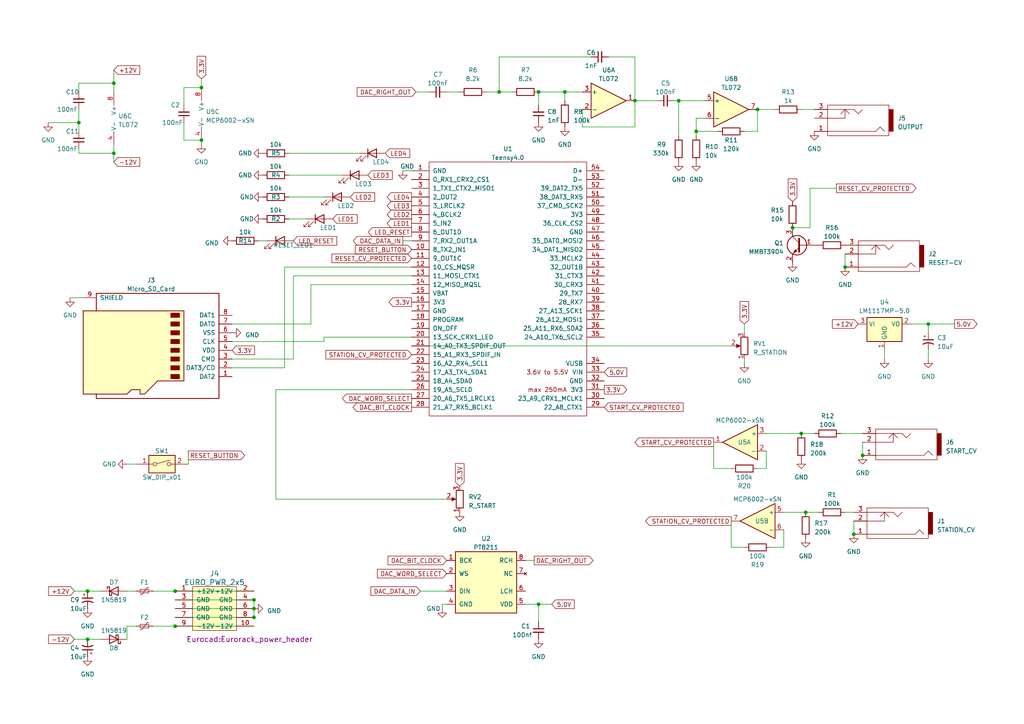
<source format=kicad_sch>
(kicad_sch (version 20230121) (generator eeschema)
  (paper "A4")
  (title_block (title "Raw Waves v2") (company "Sherpa Modular"))
  (lib_symbols
    (symbol "Amplifier_Operational:MCP6002-xSN" (pin_names (offset 0.127))
      (property "Reference" "U" (at 0 5.08 0))
      (property "Value" "MCP6002-xSN" (at 0 -5.08 0))
      (symbol "MCP6002-xSN_1_1"
        (polyline (pts (xy -5.08 5.08) (xy 5.08 0) (xy -5.08 -5.08) (xy -5.08 5.08)) (stroke (width 0.254)) (fill (type background)))
        (pin output line (at 7.62 0 180) (length 2.54) (name "~") (number "1"))
        (pin input line (at -7.62 -2.54 0) (length 2.54) (name "-") (number "2"))
        (pin input line (at -7.62 2.54 0) (length 2.54) (name "+") (number "3"))
      )
      (symbol "MCP6002-xSN_2_1"
        (polyline (pts (xy -5.08 5.08) (xy 5.08 0) (xy -5.08 -5.08) (xy -5.08 5.08)) (stroke (width 0.254)) (fill (type background)))
        (pin input line (at -7.62 2.54 0) (length 2.54) (name "+") (number "5"))
        (pin input line (at -7.62 -2.54 0) (length 2.54) (name "-") (number "6"))
        (pin output line (at 7.62 0 180) (length 2.54) (name "~") (number "7"))
      )
      (symbol "MCP6002-xSN_3_1"
        (pin power_in line (at -2.54 -7.62 90) (length 3.81) (name "V-") (number "4"))
        (pin power_in line (at -2.54 7.62 270) (length 3.81) (name "V+") (number "8"))
      )
    )
    (symbol "Amplifier_Operational:TL072" (pin_names (offset 0.127))
      (property "Reference" "U" (at 0 5.08 0))
      (property "Value" "TL072" (at 0 -5.08 0))
      (symbol "TL072_1_1"
        (polyline (pts (xy -5.08 5.08) (xy 5.08 0) (xy -5.08 -5.08) (xy -5.08 5.08)) (stroke (width 0.254)) (fill (type background)))
        (pin output line (at 7.62 0 180) (length 2.54) (name "~") (number "1"))
        (pin input line (at -7.62 -2.54 0) (length 2.54) (name "-") (number "2"))
        (pin input line (at -7.62 2.54 0) (length 2.54) (name "+") (number "3"))
      )
      (symbol "TL072_2_1"
        (polyline (pts (xy -5.08 5.08) (xy 5.08 0) (xy -5.08 -5.08) (xy -5.08 5.08)) (stroke (width 0.254)) (fill (type background)))
        (pin input line (at -7.62 2.54 0) (length 2.54) (name "+") (number "5"))
        (pin input line (at -7.62 -2.54 0) (length 2.54) (name "-") (number "6"))
        (pin output line (at 7.62 0 180) (length 2.54) (name "~") (number "7"))
      )
      (symbol "TL072_3_1"
        (pin power_in line (at -2.54 -7.62 90) (length 3.81) (name "V-") (number "4"))
        (pin power_in line (at -2.54 7.62 270) (length 3.81) (name "V+") (number "8"))
      )
    )
    (symbol "Connector:Micro_SD_Card" (pin_names (offset 1.016))
      (property "Reference" "J" (at -16.51 15.24 0))
      (property "Value" "Micro_SD_Card" (at 16.51 15.24 0))
      (symbol "Micro_SD_Card_0_1"
        (rectangle (start -7.62 -9.525) (end -5.08 -10.795) (fill (type outline)))
        (rectangle (start -7.62 -6.985) (end -5.08 -8.255) (fill (type outline)))
        (rectangle (start -7.62 -4.445) (end -5.08 -5.715) (fill (type outline)))
        (rectangle (start -7.62 -1.905) (end -5.08 -3.175) (fill (type outline)))
        (rectangle (start -7.62 0.635) (end -5.08 -0.635) (fill (type outline)))
        (rectangle (start -7.62 3.175) (end -5.08 1.905) (fill (type outline)))
        (rectangle (start -7.62 5.715) (end -5.08 4.445) (fill (type outline)))
        (rectangle (start -7.62 8.255) (end -5.08 6.985) (fill (type outline)))
        (polyline (pts (xy 16.51 12.7) (xy 16.51 13.97) (xy -19.05 13.97) (xy -19.05 -16.51) (xy 16.51 -16.51) (xy 16.51 -11.43)) (stroke (width 0.254)))
        (polyline (pts (xy -8.89 -11.43) (xy -8.89 8.89) (xy -1.27 8.89) (xy 2.54 12.7) (xy 3.81 12.7) (xy 3.81 11.43) (xy 6.35 11.43) (xy 7.62 12.7) (xy 20.32 12.7) (xy 20.32 -11.43) (xy -8.89 -11.43)) (stroke (width 0.254)) (fill (type background)))
      )
      (symbol "Micro_SD_Card_1_1"
        (pin bidirectional line (at -22.86 7.62 0) (length 3.81) (name "DAT2") (number "1"))
        (pin bidirectional line (at -22.86 5.08 0) (length 3.81) (name "DAT3/CD") (number "2"))
        (pin input line (at -22.86 2.54 0) (length 3.81) (name "CMD") (number "3"))
        (pin power_in line (at -22.86 0 0) (length 3.81) (name "VDD") (number "4"))
        (pin input line (at -22.86 -2.54 0) (length 3.81) (name "CLK") (number "5"))
        (pin power_in line (at -22.86 -5.08 0) (length 3.81) (name "VSS") (number "6"))
        (pin bidirectional line (at -22.86 -7.62 0) (length 3.81) (name "DAT0") (number "7"))
        (pin bidirectional line (at -22.86 -10.16 0) (length 3.81) (name "DAT1") (number "8"))
        (pin passive line (at 20.32 -15.24 180) (length 3.81) (name "SHIELD") (number "9"))
      )
    )
    (symbol "Device:C_Polarized_Small_US" (pin_numbers hide) (pin_names (offset 0.254) hide)
      (property "Reference" "C" (at 0.254 1.778 0))
      (property "Value" "C_Polarized_Small_US" (at 0.254 -2.032 0))
      (symbol "C_Polarized_Small_US_0_1"
        (polyline (pts (xy -1.524 0.508) (xy 1.524 0.508)) (stroke (width 0.3048)))
        (polyline (pts (xy -1.27 1.524) (xy -0.762 1.524)))
        (polyline (pts (xy -1.016 1.27) (xy -1.016 1.778)))
        (arc (start 1.524 -0.762) (mid 0 -0.3734) (end -1.524 -0.762) (stroke (width 0.3048)))
      )
      (symbol "C_Polarized_Small_US_1_1"
        (pin passive line (at 0 2.54 270) (length 2.032) (name "~") (number "1"))
        (pin passive line (at 0 -2.54 90) (length 2.032) (name "~") (number "2"))
      )
    )
    (symbol "Device:C_Small" (pin_numbers hide) (pin_names (offset 0.254) hide)
      (property "Reference" "C" (at 0.254 1.778 0))
      (property "Value" "C_Small" (at 0.254 -2.032 0))
      (symbol "C_Small_0_1"
        (polyline (pts (xy -1.524 -0.508) (xy 1.524 -0.508)) (stroke (width 0.3302)))
        (polyline (pts (xy -1.524 0.508) (xy 1.524 0.508)) (stroke (width 0.3048)))
      )
      (symbol "C_Small_1_1"
        (pin passive line (at 0 2.54 270) (length 2.032) (name "~") (number "1"))
        (pin passive line (at 0 -2.54 90) (length 2.032) (name "~") (number "2"))
      )
    )
    (symbol "Device:LED" (pin_numbers hide) (pin_names (offset 1.016) hide)
      (property "Reference" "D" (at 0 2.54 0))
      (property "Value" "LED" (at 0 -2.54 0))
      (symbol "LED_0_1"
        (polyline (pts (xy -1.27 -1.27) (xy -1.27 1.27)) (stroke (width 0.254)))
        (polyline (pts (xy -1.27 0) (xy 1.27 0)))
        (polyline (pts (xy 1.27 -1.27) (xy 1.27 1.27) (xy -1.27 0) (xy 1.27 -1.27)) (stroke (width 0.254)))
        (polyline (pts (xy -3.048 -0.762) (xy -4.572 -2.286) (xy -3.81 -2.286) (xy -4.572 -2.286) (xy -4.572 -1.524)))
        (polyline (pts (xy -1.778 -0.762) (xy -3.302 -2.286) (xy -2.54 -2.286) (xy -3.302 -2.286) (xy -3.302 -1.524)))
      )
      (symbol "LED_1_1"
        (pin passive line (at -3.81 0 0) (length 2.54) (name "K") (number "1"))
        (pin passive line (at 3.81 0 180) (length 2.54) (name "A") (number "2"))
      )
    )
    (symbol "Device:Polyfuse_Small" (pin_numbers hide) (pin_names (offset 0))
      (property "Reference" "F" (at -1.905 0 90))
      (property "Value" "Polyfuse_Small" (at 1.905 0 90))
      (symbol "Polyfuse_Small_0_1"
        (rectangle (start -0.508 1.27) (end 0.508 -1.27))
        (polyline (pts (xy 0 2.54) (xy 0 -2.54)))
        (polyline (pts (xy -1.016 1.27) (xy -1.016 0.762) (xy 1.016 -0.762) (xy 1.016 -1.27)))
      )
      (symbol "Polyfuse_Small_1_1"
        (pin passive line (at 0 2.54 270) (length 0.635) (name "~") (number "1"))
        (pin passive line (at 0 -2.54 90) (length 0.635) (name "~") (number "2"))
      )
    )
    (symbol "Device:R" (pin_numbers hide) (pin_names (offset 0))
      (property "Reference" "R" (at 2.032 0 90))
      (property "Value" "R" (at 0 0 90))
      (symbol "R_0_1"
        (rectangle (start -1.016 -2.54) (end 1.016 2.54) (stroke (width 0.254)))
      )
      (symbol "R_1_1"
        (pin passive line (at 0 3.81 270) (length 1.27) (name "~") (number "1"))
        (pin passive line (at 0 -3.81 90) (length 1.27) (name "~") (number "2"))
      )
    )
    (symbol "Device:R_Potentiometer" (pin_names (offset 1.016) hide)
      (property "Reference" "RV" (at -4.445 0 90))
      (property "Value" "R_Potentiometer" (at -2.54 0 90))
      (symbol "R_Potentiometer_0_1"
        (polyline (pts (xy 2.54 0) (xy 1.524 0)))
        (polyline (pts (xy 1.143 0) (xy 2.286 0.508) (xy 2.286 -0.508) (xy 1.143 0)) (fill (type outline)))
        (rectangle (start 1.016 2.54) (end -1.016 -2.54) (stroke (width 0.254)))
      )
      (symbol "R_Potentiometer_1_1"
        (pin passive line (at 0 3.81 270) (length 1.27) (name "1") (number "1"))
        (pin passive line (at 3.81 0 180) (length 1.27) (name "2") (number "2"))
        (pin passive line (at 0 -3.81 90) (length 1.27) (name "3") (number "3"))
      )
    )
    (symbol "Diode:1N5819" (pin_numbers hide) (pin_names (offset 1.016) hide)
      (property "Reference" "D" (at 0 2.54 0))
      (property "Value" "1N5819" (at 0 -2.54 0))
      (symbol "1N5819_0_1"
        (polyline (pts (xy 1.27 0) (xy -1.27 0)))
        (polyline (pts (xy 1.27 1.27) (xy 1.27 -1.27) (xy -1.27 0) (xy 1.27 1.27)) (stroke (width 0.254)))
        (polyline (pts (xy -1.905 0.635) (xy -1.905 1.27) (xy -1.27 1.27) (xy -1.27 -1.27) (xy -0.635 -1.27) (xy -0.635 -0.635)) (stroke (width 0.254)))
      )
      (symbol "1N5819_1_1"
        (pin passive line (at -3.81 0 0) (length 2.54) (name "K") (number "1"))
        (pin passive line (at 3.81 0 180) (length 2.54) (name "A") (number "2"))
      )
    )
    (symbol "Regulator_Linear:LM1117MP-5.0"
      (property "Reference" "U" (at -3.81 3.175 0))
      (property "Value" "LM1117MP-5.0" (at 0 3.175 0))
      (symbol "LM1117MP-5.0_0_1"
        (rectangle (start -5.08 -5.08) (end 5.08 1.905) (stroke (width 0.254)) (fill (type background)))
      )
      (symbol "LM1117MP-5.0_1_1"
        (pin power_in line (at 0 -7.62 90) (length 2.54) (name "GND") (number "1"))
        (pin power_out line (at 7.62 0 180) (length 2.54) (name "VO") (number "2"))
        (pin power_in line (at -7.62 0 0) (length 2.54) (name "VI") (number "3"))
      )
    )
    (symbol "Switch:SW_DIP_x01" (pin_names (offset 0) hide)
      (property "Reference" "SW" (at 0 3.81 0))
      (property "Value" "SW_DIP_x01" (at 0 -3.81 0))
      (symbol "SW_DIP_x01_0_0"
        (circle (center -2.032 0) (radius 0.508))
        (polyline (pts (xy -1.524 0.127) (xy 2.3622 1.1684)))
        (circle (center 2.032 0) (radius 0.508))
      )
      (symbol "SW_DIP_x01_0_1"
        (rectangle (start -3.81 2.54) (end 3.81 -2.54) (stroke (width 0.254)) (fill (type background)))
      )
      (symbol "SW_DIP_x01_1_1"
        (pin passive line (at -7.62 0 0) (length 5.08) (name "~") (number "1"))
        (pin passive line (at 7.62 0 180) (length 5.08) (name "~") (number "2"))
      )
    )
    (symbol "Teensy:Teensy4.0" (pin_names (offset 1.016))
      (property "Reference" "U" (at 0 39.37 0))
      (property "Value" "Teensy4.0" (at 0 -39.37 0))
      (symbol "Teensy4.0_0_0"
        (text "3.6V to 5.5V" (at 11.43 -24.13 0) (effects (font (size 1.27 1.27))))
        (text "max 250mA" (at 11.43 -29.21 0) (effects (font (size 1.27 1.27))))
        (pin bidirectional line (at -27.94 11.43 0) (length 5.08) (name "8_TX2_IN1") (number "10"))
        (pin bidirectional line (at -27.94 8.89 0) (length 5.08) (name "9_OUT1C") (number "11"))
        (pin bidirectional line (at -27.94 6.35 0) (length 5.08) (name "10_CS_MQSR") (number "12"))
        (pin bidirectional line (at -27.94 3.81 0) (length 5.08) (name "11_MOSI_CTX1") (number "13"))
        (pin bidirectional line (at -27.94 1.27 0) (length 5.08) (name "12_MISO_MQSL") (number "14"))
        (pin power_in line (at -27.94 -1.27 0) (length 5.08) (name "VBAT") (number "15"))
        (pin power_in line (at -27.94 -3.81 0) (length 5.08) (name "3V3") (number "16"))
        (pin power_in line (at -27.94 -6.35 0) (length 5.08) (name "GND") (number "17"))
        (pin input line (at -27.94 -8.89 0) (length 5.08) (name "PROGRAM") (number "18"))
        (pin input line (at -27.94 -11.43 0) (length 5.08) (name "ON_OFF") (number "19"))
        (pin bidirectional line (at -27.94 -13.97 0) (length 5.08) (name "13_SCK_CRX1_LED") (number "20"))
        (pin bidirectional line (at -27.94 -16.51 0) (length 5.08) (name "14_A0_TX3_SPDIF_OUT") (number "21"))
        (pin bidirectional line (at -27.94 -19.05 0) (length 5.08) (name "15_A1_RX3_SPDIF_IN") (number "22"))
        (pin bidirectional line (at -27.94 -21.59 0) (length 5.08) (name "16_A2_RX4_SCL1") (number "23"))
        (pin bidirectional line (at -27.94 -24.13 0) (length 5.08) (name "17_A3_TX4_SDA1") (number "24"))
        (pin bidirectional line (at -27.94 -26.67 0) (length 5.08) (name "18_A4_SDA0") (number "25"))
        (pin bidirectional line (at -27.94 -29.21 0) (length 5.08) (name "19_A5_SCL0") (number "26"))
        (pin bidirectional line (at -27.94 -31.75 0) (length 5.08) (name "20_A6_TX5_LRCLK1") (number "27"))
        (pin bidirectional line (at -27.94 -34.29 0) (length 5.08) (name "21_A7_RX5_BCLK1") (number "28"))
        (pin bidirectional line (at 27.94 -34.29 180) (length 5.08) (name "22_A8_CTX1") (number "29"))
        (pin bidirectional line (at 27.94 -31.75 180) (length 5.08) (name "23_A9_CRX1_MCLK1") (number "30"))
        (pin power_out line (at 27.94 -29.21 180) (length 5.08) (name "3V3") (number "31"))
        (pin power_in line (at 27.94 -26.67 180) (length 5.08) (name "GND") (number "32"))
        (pin power_in line (at 27.94 -24.13 180) (length 5.08) (name "VIN") (number "33"))
        (pin power_out line (at 27.94 -21.59 180) (length 5.08) (name "VUSB") (number "34"))
        (pin bidirectional line (at 27.94 -13.97 180) (length 5.08) (name "24_A10_TX6_SCL2") (number "35"))
        (pin bidirectional line (at 27.94 -11.43 180) (length 5.08) (name "25_A11_RX6_SDA2") (number "36"))
        (pin bidirectional line (at 27.94 -8.89 180) (length 5.08) (name "26_A12_MOSI1") (number "37"))
        (pin bidirectional line (at 27.94 -6.35 180) (length 5.08) (name "27_A13_SCK1") (number "38"))
        (pin bidirectional line (at 27.94 -3.81 180) (length 5.08) (name "28_RX7") (number "39"))
        (pin bidirectional line (at 27.94 -1.27 180) (length 5.08) (name "29_TX7") (number "40"))
        (pin bidirectional line (at 27.94 1.27 180) (length 5.08) (name "30_CRX3") (number "41"))
        (pin bidirectional line (at 27.94 3.81 180) (length 5.08) (name "31_CTX3") (number "42"))
        (pin bidirectional line (at 27.94 6.35 180) (length 5.08) (name "32_OUT1B") (number "43"))
        (pin bidirectional line (at 27.94 8.89 180) (length 5.08) (name "33_MCLK2") (number "44"))
        (pin bidirectional line (at 27.94 11.43 180) (length 5.08) (name "34_DAT1_MISO2") (number "45"))
        (pin bidirectional line (at 27.94 13.97 180) (length 5.08) (name "35_DAT0_MOSI2") (number "46"))
        (pin power_out line (at 27.94 16.51 180) (length 5.08) (name "GND") (number "47"))
        (pin bidirectional line (at 27.94 19.05 180) (length 5.08) (name "36_CLK_CS2") (number "48"))
        (pin power_out line (at 27.94 21.59 180) (length 5.08) (name "3V3") (number "49"))
        (pin bidirectional line (at -27.94 24.13 0) (length 5.08) (name "3_LRCLK2") (number "5"))
        (pin bidirectional line (at 27.94 24.13 180) (length 5.08) (name "37_CMD_SCK2") (number "50"))
        (pin bidirectional line (at 27.94 26.67 180) (length 5.08) (name "38_DAT3_RX5") (number "51"))
        (pin bidirectional line (at 27.94 29.21 180) (length 5.08) (name "39_DAT2_TX5") (number "52"))
        (pin bidirectional line (at 27.94 31.75 180) (length 5.08) (name "D-") (number "53"))
        (pin bidirectional line (at 27.94 34.29 180) (length 5.08) (name "D+") (number "54"))
        (pin bidirectional line (at -27.94 21.59 0) (length 5.08) (name "4_BCLK2") (number "6"))
        (pin bidirectional line (at -27.94 19.05 0) (length 5.08) (name "5_IN2") (number "7"))
        (pin bidirectional line (at -27.94 16.51 0) (length 5.08) (name "6_OUT1D") (number "8"))
        (pin bidirectional line (at -27.94 13.97 0) (length 5.08) (name "7_RX2_OUT1A") (number "9"))
      )
      (symbol "Teensy4.0_0_1"
        (rectangle (start -22.86 36.83) (end 22.86 -36.83))
        (rectangle (start -20.32 -31.75) (end -20.32 -31.75))
      )
      (symbol "Teensy4.0_1_1"
        (pin power_in line (at -27.94 34.29 0) (length 5.08) (name "GND") (number "1"))
        (pin bidirectional line (at -27.94 31.75 0) (length 5.08) (name "0_RX1_CRX2_CS1") (number "2"))
        (pin bidirectional line (at -27.94 29.21 0) (length 5.08) (name "1_TX1_CTX2_MISO1") (number "3"))
        (pin bidirectional line (at -27.94 26.67 0) (length 5.08) (name "2_OUT2") (number "4"))
      )
    )
    (symbol "Transistor_BJT:MMBT3904" (pin_names (offset 0) hide)
      (property "Reference" "Q" (at 5.08 1.905 0))
      (property "Value" "MMBT3904" (at 5.08 0 0))
      (symbol "MMBT3904_0_1"
        (polyline (pts (xy 0.635 0.635) (xy 2.54 2.54)))
        (polyline (pts (xy 0.635 -0.635) (xy 2.54 -2.54) (xy 2.54 -2.54)))
        (polyline (pts (xy 0.635 1.905) (xy 0.635 -1.905) (xy 0.635 -1.905)) (stroke (width 0.508)))
        (polyline (pts (xy 1.27 -1.778) (xy 1.778 -1.27) (xy 2.286 -2.286) (xy 1.27 -1.778) (xy 1.27 -1.778)) (fill (type outline)))
        (circle (center 1.27 0) (radius 2.8194) (stroke (width 0.254)))
      )
      (symbol "MMBT3904_1_1"
        (pin input line (at -5.08 0 0) (length 5.715) (name "B") (number "1"))
        (pin passive line (at 2.54 -5.08 90) (length 2.54) (name "E") (number "2"))
        (pin passive line (at 2.54 5.08 270) (length 2.54) (name "C") (number "3"))
      )
    )
    (symbol "eurocad:EURO_PWR_2x5" (pin_names (offset 1.016))
      (property "Reference" "J" (at 0 -7.62 0))
      (property "Value" "EURO_PWR_2x5" (at 0 7.62 0))
      (symbol "EURO_PWR_2x5_0_1"
        (rectangle (start -6.35 6.35) (end 6.35 -6.35) (fill (type background)))
      )
      (symbol "EURO_PWR_2x5_1_1"
        (pin power_in line (at -11.43 5.08 0) (length 5.08) (name "+12V") (number "1"))
        (pin power_in line (at 11.43 -5.08 180) (length 5.08) (name "-12V") (number "10"))
        (pin power_in line (at 11.43 5.08 180) (length 5.08) (name "+12V") (number "2"))
        (pin power_in line (at -11.43 2.54 0) (length 5.08) (name "GND") (number "3"))
        (pin power_in line (at 11.43 2.54 180) (length 5.08) (name "GND") (number "4"))
        (pin power_in line (at -11.43 0 0) (length 5.08) (name "GND") (number "5"))
        (pin power_in line (at 11.43 0 180) (length 5.08) (name "GND") (number "6"))
        (pin power_in line (at -11.43 -2.54 0) (length 5.08) (name "GND") (number "7"))
        (pin power_in line (at 11.43 -2.54 180) (length 5.08) (name "GND") (number "8"))
        (pin power_in line (at -11.43 -5.08 0) (length 5.08) (name "-12V") (number "9"))
      )
    )
    (symbol "eurocad:PJ301M-12" (pin_names (offset 1.016))
      (property "Reference" "J" (at -8.89 -5.08 0))
      (property "Value" "PJ301M-12" (at -3.81 6.35 0))
      (symbol "PJ301M-12_0_1"
        (rectangle (start -11.43 3.81) (end -10.16 -2.54) (fill (type outline)))
        (polyline (pts (xy 3.81 0) (xy 7.62 0) (xy 7.62 0)))
        (polyline (pts (xy 0 -2.54) (xy -1.27 -1.27) (xy -2.54 -2.54) (xy -2.54 -2.54)))
        (polyline (pts (xy 0 -2.54) (xy 7.62 -2.54) (xy 7.62 -2.54) (xy 7.62 -2.54)))
        (polyline (pts (xy 1.27 -1.27) (xy 2.54 -2.54) (xy 3.81 -1.27) (xy 3.81 -1.27)))
        (polyline (pts (xy 3.81 0) (xy 2.54 0) (xy 2.54 -2.54) (xy 2.54 -2.54)))
        (polyline (pts (xy 7.62 3.81) (xy -6.35 3.81) (xy -7.62 2.54) (xy -8.89 3.81) (xy -8.89 3.81)))
        (rectangle (start 7.62 -3.81) (end -10.16 5.08))
      )
      (symbol "PJ301M-12_1_1"
        (pin passive line (at 11.43 3.81 180) (length 3.81) (name "~") (number "1"))
        (pin passive line (at 11.43 0 180) (length 3.81) (name "~") (number "2"))
        (pin passive line (at 11.43 -2.54 180) (length 3.81) (name "~") (number "3"))
      )
    )
    (symbol "power:GND" (power) (pin_names (offset 0))
      (property "Value" "GND" (at 0 -3.81 0))
      (symbol "GND_0_1"
        (polyline (pts (xy 0 0) (xy 0 -1.27) (xy 1.27 -1.27) (xy 0 -2.54) (xy -1.27 -1.27) (xy 0 -1.27)))
      )
      (symbol "GND_1_1"
        (pin power_in line (at 0 0 270) (length 0) hide (name "GND") (number "1"))
      )
    )
    (symbol "pt8211:PT8211" (pin_names (offset 1.016))
      (property "Reference" "U" (at -8.89 10.16 0))
      (property "Value" "PT8211" (at -1.27 10.16 0))
      (symbol "PT8211_0_1"
        (rectangle (start -8.89 8.89) (end 8.89 -8.89) (stroke (width 0.254)) (fill (type background)))
      )
      (symbol "PT8211_1_1"
        (pin input line (at -11.43 6.35 0) (length 2.54) (name "BCK") (number "1"))
        (pin input line (at -11.43 2.54 0) (length 2.54) (name "WS") (number "2"))
        (pin input line (at -11.43 -2.54 0) (length 2.54) (name "DIN") (number "3"))
        (pin power_in line (at -11.43 -6.35 0) (length 2.54) (name "GND") (number "4"))
        (pin power_in line (at 11.43 -6.35 180) (length 2.54) (name "VDD") (number "5"))
        (pin output line (at 11.43 -2.54 180) (length 2.54) (name "LCH") (number "6"))
        (pin no_connect line (at 11.43 2.54 180) (length 2.54) (name "NC") (number "7"))
        (pin output line (at 11.43 6.35 180) (length 2.54) (name "RCH") (number "8"))
      )
    )
  )
  (junction (at 247.65 154.94))
  (junction (at 33.02 24.13))
  (junction (at 58.42 25.4))
  (junction (at 201.93 38.1))
  (junction (at 50.8 181.61))
  (junction (at 58.42 40.64))
  (junction (at 156.21 175.26))
  (junction (at 232.41 125.73))
  (junction (at 25.4 171.45))
  (junction (at 229.87 66.04))
  (junction (at 156.21 26.67))
  (junction (at 144.78 26.67))
  (junction (at 50.8 171.45))
  (junction (at 233.68 148.59))
  (junction (at 196.85 29.21))
  (junction (at 269.24 93.98))
  (junction (at 219.71 31.75))
  (junction (at 33.02 44.45))
  (junction (at 184.15 29.21))
  (junction (at 245.11 77.47))
  (junction (at 22.86 35.56))
  (junction (at 73.66 176.53))
  (junction (at 25.4 185.42))
  (junction (at 250.19 132.08))
  (junction (at 163.83 26.67))
  (junction (at 73.66 173.99))
  (junction (at 73.66 179.07))
  (wire (pts (xy 36.83 171.45) (xy 39.37 171.45)))
  (wire (pts (xy 82.55 77.47) (xy 82.55 106.68)))
  (wire (pts (xy 83.82 63.5) (xy 88.9 63.5)))
  (wire (pts (xy 33.02 46.99) (xy 33.02 44.45)))
  (wire (pts (xy 80.01 113.03) (xy 119.38 113.03)))
  (wire (pts (xy 232.41 125.73) (xy 236.22 125.73)))
  (wire (pts (xy 227.33 148.59) (xy 233.68 148.59)))
  (wire (pts (xy 152.4 162.56) (xy 154.94 162.56)))
  (wire (pts (xy 50.8 179.07) (xy 73.66 179.07)))
  (wire (pts (xy 184.15 29.21) (xy 184.15 16.51)))
  (wire (pts (xy 93.98 99.06) (xy 93.98 97.79)))
  (wire (pts (xy 50.8 171.45) (xy 73.66 171.45)))
  (wire (pts (xy 215.9 158.75) (xy 212.09 158.75)))
  (wire (pts (xy 33.02 44.45) (xy 33.02 41.91)))
  (wire (pts (xy 83.82 44.45) (xy 104.14 44.45)))
  (wire (pts (xy 67.31 99.06) (xy 93.98 99.06)))
  (wire (pts (xy 116.84 69.85) (xy 119.38 69.85)))
  (wire (pts (xy 50.8 181.61) (xy 73.66 181.61)))
  (wire (pts (xy 54.61 132.08) (xy 54.61 134.62)))
  (wire (pts (xy 128.27 175.26) (xy 129.54 175.26)))
  (wire (pts (xy 207.01 135.89) (xy 207.01 128.27)))
  (wire (pts (xy 93.98 97.79) (xy 119.38 97.79)))
  (wire (pts (xy 36.83 181.61) (xy 39.37 181.61)))
  (wire (pts (xy 219.71 31.75) (xy 224.79 31.75)))
  (wire (pts (xy 201.93 34.29) (xy 201.93 38.1)))
  (wire (pts (xy 36.83 134.62) (xy 39.37 134.62)))
  (wire (pts (xy 264.16 93.98) (xy 269.24 93.98)))
  (wire (pts (xy 36.83 181.61) (xy 36.83 185.42)))
  (wire (pts (xy 85.09 80.01) (xy 85.09 104.14)))
  (wire (pts (xy 168.91 36.83) (xy 184.15 36.83)))
  (wire (pts (xy 50.8 173.99) (xy 73.66 173.99)))
  (wire (pts (xy 73.66 176.53) (xy 73.66 179.07)))
  (wire (pts (xy 83.82 57.15) (xy 93.98 57.15)))
  (wire (pts (xy 196.85 29.21) (xy 204.47 29.21)))
  (wire (pts (xy 53.34 40.64) (xy 58.42 40.64)))
  (wire (pts (xy 53.34 25.4) (xy 58.42 25.4)))
  (wire (pts (xy 219.71 31.75) (xy 219.71 38.1)))
  (wire (pts (xy 223.52 158.75) (xy 227.33 158.75)))
  (wire (pts (xy 247.65 148.59) (xy 245.11 148.59)))
  (wire (pts (xy 67.31 93.98) (xy 90.17 93.98)))
  (wire (pts (xy 234.95 54.61) (xy 242.57 54.61)))
  (wire (pts (xy 22.86 44.45) (xy 33.02 44.45)))
  (wire (pts (xy 83.82 50.8) (xy 99.06 50.8)))
  (wire (pts (xy 120.65 26.67) (xy 124.46 26.67)))
  (wire (pts (xy 21.59 171.45) (xy 25.4 171.45)))
  (wire (pts (xy 53.34 35.56) (xy 53.34 40.64)))
  (wire (pts (xy 269.24 93.98) (xy 276.86 93.98)))
  (wire (pts (xy 269.24 101.6) (xy 269.24 104.14)))
  (wire (pts (xy 250.19 125.73) (xy 243.84 125.73)))
  (wire (pts (xy 13.97 35.56) (xy 22.86 35.56)))
  (wire (pts (xy 44.45 171.45) (xy 50.8 171.45)))
  (wire (pts (xy 58.42 41.91) (xy 58.42 40.64)))
  (wire (pts (xy 128.27 176.53) (xy 128.27 175.26)))
  (wire (pts (xy 156.21 175.26) (xy 156.21 180.34)))
  (wire (pts (xy 144.78 26.67) (xy 148.59 26.67)))
  (wire (pts (xy 184.15 16.51) (xy 176.53 16.51)))
  (wire (pts (xy 163.83 26.67) (xy 168.91 26.67)))
  (wire (pts (xy 212.09 135.89) (xy 207.01 135.89)))
  (wire (pts (xy 21.59 185.42) (xy 25.4 185.42)))
  (wire (pts (xy 215.9 105.41) (xy 215.9 104.14)))
  (wire (pts (xy 156.21 175.26) (xy 160.02 175.26)))
  (wire (pts (xy 152.4 175.26) (xy 156.21 175.26)))
  (wire (pts (xy 201.93 38.1) (xy 208.28 38.1)))
  (wire (pts (xy 232.41 31.75) (xy 236.22 31.75)))
  (wire (pts (xy 184.15 29.21) (xy 190.5 29.21)))
  (wire (pts (xy 53.34 30.48) (xy 53.34 25.4)))
  (wire (pts (xy 171.45 16.51) (xy 144.78 16.51)))
  (wire (pts (xy 163.83 26.67) (xy 163.83 29.21)))
  (wire (pts (xy 119.38 77.47) (xy 82.55 77.47)))
  (wire (pts (xy 196.85 29.21) (xy 196.85 39.37)))
  (wire (pts (xy 144.78 16.51) (xy 144.78 26.67)))
  (wire (pts (xy 90.17 93.98) (xy 90.17 82.55)))
  (wire (pts (xy 204.47 34.29) (xy 201.93 34.29)))
  (wire (pts (xy 245.11 73.66) (xy 245.11 77.47)))
  (wire (pts (xy 233.68 148.59) (xy 237.49 148.59)))
  (wire (pts (xy 269.24 93.98) (xy 269.24 96.52)))
  (wire (pts (xy 29.21 185.42) (xy 25.4 185.42)))
  (wire (pts (xy 58.42 22.86) (xy 58.42 25.4)))
  (wire (pts (xy 90.17 82.55) (xy 119.38 82.55)))
  (wire (pts (xy 247.65 151.13) (xy 247.65 154.94)))
  (wire (pts (xy 229.87 66.04) (xy 234.95 66.04)))
  (wire (pts (xy 156.21 26.67) (xy 163.83 26.67)))
  (wire (pts (xy 215.9 93.98) (xy 215.9 96.52)))
  (wire (pts (xy 22.86 43.18) (xy 22.86 44.45)))
  (wire (pts (xy 33.02 24.13) (xy 33.02 26.67)))
  (wire (pts (xy 222.25 125.73) (xy 232.41 125.73)))
  (wire (pts (xy 215.9 38.1) (xy 219.71 38.1)))
  (wire (pts (xy 212.09 158.75) (xy 212.09 151.13)))
  (wire (pts (xy 212.09 100.33) (xy 119.38 100.33)))
  (wire (pts (xy 22.86 38.1) (xy 22.86 35.56)))
  (wire (pts (xy 80.01 144.78) (xy 80.01 113.03)))
  (wire (pts (xy 256.54 101.6) (xy 256.54 104.14)))
  (wire (pts (xy 195.58 29.21) (xy 196.85 29.21)))
  (wire (pts (xy 67.31 106.68) (xy 82.55 106.68)))
  (wire (pts (xy 222.25 130.81) (xy 222.25 135.89)))
  (wire (pts (xy 227.33 158.75) (xy 227.33 153.67)))
  (wire (pts (xy 222.25 135.89) (xy 219.71 135.89)))
  (wire (pts (xy 119.38 80.01) (xy 85.09 80.01)))
  (wire (pts (xy 121.92 171.45) (xy 129.54 171.45)))
  (wire (pts (xy 129.54 144.78) (xy 80.01 144.78)))
  (wire (pts (xy 156.21 30.48) (xy 156.21 26.67)))
  (wire (pts (xy 33.02 20.32) (xy 33.02 24.13)))
  (wire (pts (xy 201.93 39.37) (xy 201.93 38.1)))
  (wire (pts (xy 74.93 69.85) (xy 77.47 69.85)))
  (wire (pts (xy 20.32 86.36) (xy 24.13 86.36)))
  (wire (pts (xy 250.19 128.27) (xy 250.19 132.08)))
  (wire (pts (xy 234.95 66.04) (xy 234.95 54.61)))
  (wire (pts (xy 29.21 171.45) (xy 25.4 171.45)))
  (wire (pts (xy 22.86 35.56) (xy 22.86 31.75)))
  (wire (pts (xy 116.84 49.53) (xy 119.38 49.53)))
  (wire (pts (xy 73.66 173.99) (xy 73.66 176.53)))
  (wire (pts (xy 140.97 26.67) (xy 144.78 26.67)))
  (wire (pts (xy 22.86 24.13) (xy 33.02 24.13)))
  (wire (pts (xy 67.31 104.14) (xy 85.09 104.14)))
  (wire (pts (xy 168.91 31.75) (xy 168.91 36.83)))
  (wire (pts (xy 44.45 181.61) (xy 50.8 181.61)))
  (wire (pts (xy 50.8 176.53) (xy 73.66 176.53)))
  (wire (pts (xy 22.86 26.67) (xy 22.86 24.13)))
  (wire (pts (xy 129.54 26.67) (xy 133.35 26.67)))
  (wire (pts (xy 184.15 29.21) (xy 184.15 36.83)))
  (global_label "DAC_BIT_CLOCK" (shape input) (at 129.54 162.56 180) (property "Intersheetrefs" "${INTERSHEET_REFS}" (effects hide)))
  (global_label "-12V" (shape input) (at 33.02 46.99 0) (property "Intersheetrefs" "${INTERSHEET_REFS}" (effects hide)))
  (global_label "5.0V" (shape input) (at 160.02 175.26 0) (property "Intersheetrefs" "${INTERSHEET_REFS}" (effects hide)))
  (global_label "+12V" (shape input) (at 248.92 93.98 180) (property "Intersheetrefs" "${INTERSHEET_REFS}" (effects hide)))
  (global_label "RESET_CV_PROTECTED" (shape output) (at 242.57 54.61 0) (property "Intersheetrefs" "${INTERSHEET_REFS}" (effects hide)))
  (global_label "3.3V" (shape output) (at 175.26 113.03 0) (property "Intersheetrefs" "${INTERSHEET_REFS}" (effects hide)))
  (global_label "3.3V" (shape input) (at 215.9 93.98 90) (property "Intersheetrefs" "${INTERSHEET_REFS}" (effects hide)))
  (global_label "3.3V" (shape input) (at 58.42 22.86 90) (property "Intersheetrefs" "${INTERSHEET_REFS}" (effects hide)))
  (global_label "LED4" (shape output) (at 119.38 57.15 180) (property "Intersheetrefs" "${INTERSHEET_REFS}" (effects hide)))
  (global_label "DAC_RIGHT_OUT" (shape input) (at 120.65 26.67 180) (property "Intersheetrefs" "${INTERSHEET_REFS}" (effects hide)))
  (global_label "DAC_WORD_SELECT" (shape output) (at 119.38 115.57 180) (property "Intersheetrefs" "${INTERSHEET_REFS}" (effects hide)))
  (global_label "3.3V" (shape input) (at 67.31 101.6 0) (property "Intersheetrefs" "${INTERSHEET_REFS}" (effects hide)))
  (global_label "DAC_BIT_CLOCK" (shape output) (at 119.38 118.11 180) (property "Intersheetrefs" "${INTERSHEET_REFS}" (effects hide)))
  (global_label "3.3V" (shape input) (at 133.35 140.97 90) (property "Intersheetrefs" "${INTERSHEET_REFS}" (effects hide)))
  (global_label "RESET_BUTTON" (shape output) (at 54.61 132.08 0) (property "Intersheetrefs" "${INTERSHEET_REFS}" (effects hide)))
  (global_label "STATION_CV_PROTECTED" (shape output) (at 212.09 151.13 180) (property "Intersheetrefs" "${INTERSHEET_REFS}" (effects hide)))
  (global_label "LED3" (shape output) (at 119.38 59.69 180) (property "Intersheetrefs" "${INTERSHEET_REFS}" (effects hide)))
  (global_label "LED_RESET" (shape input) (at 85.09 69.85 0) (property "Intersheetrefs" "${INTERSHEET_REFS}" (effects hide)))
  (global_label "START_CV_PROTECTED" (shape input) (at 175.26 118.11 0) (property "Intersheetrefs" "${INTERSHEET_REFS}" (effects hide)))
  (global_label "3.3V" (shape output) (at 119.38 87.63 180) (property "Intersheetrefs" "${INTERSHEET_REFS}" (effects hide)))
  (global_label "DAC_DATA_IN" (shape input) (at 121.92 171.45 180) (property "Intersheetrefs" "${INTERSHEET_REFS}" (effects hide)))
  (global_label "LED1" (shape output) (at 119.38 64.77 180) (property "Intersheetrefs" "${INTERSHEET_REFS}" (effects hide)))
  (global_label "-12V" (shape input) (at 21.59 185.42 180) (property "Intersheetrefs" "${INTERSHEET_REFS}" (effects hide)))
  (global_label "5.0V" (shape input) (at 175.26 107.95 0) (property "Intersheetrefs" "${INTERSHEET_REFS}" (effects hide)))
  (global_label "LED2" (shape output) (at 119.38 62.23 180) (property "Intersheetrefs" "${INTERSHEET_REFS}" (effects hide)))
  (global_label "RESET_CV_PROTECTED" (shape input) (at 119.38 74.93 180) (property "Intersheetrefs" "${INTERSHEET_REFS}" (effects hide)))
  (global_label "+12V" (shape input) (at 33.02 20.32 0) (property "Intersheetrefs" "${INTERSHEET_REFS}" (effects hide)))
  (global_label "DAC_DATA_IN" (shape output) (at 116.84 69.85 180) (property "Intersheetrefs" "${INTERSHEET_REFS}" (effects hide)))
  (global_label "LED2" (shape input) (at 101.6 57.15 0) (property "Intersheetrefs" "${INTERSHEET_REFS}" (effects hide)))
  (global_label "START_CV_PROTECTED" (shape output) (at 207.01 128.27 180) (property "Intersheetrefs" "${INTERSHEET_REFS}" (effects hide)))
  (global_label "5.0V" (shape output) (at 276.86 93.98 0) (property "Intersheetrefs" "${INTERSHEET_REFS}" (effects hide)))
  (global_label "LED3" (shape input) (at 106.68 50.8 0) (property "Intersheetrefs" "${INTERSHEET_REFS}" (effects hide)))
  (global_label "RESET_BUTTON" (shape input) (at 119.38 72.39 180) (property "Intersheetrefs" "${INTERSHEET_REFS}" (effects hide)))
  (global_label "LED_RESET" (shape output) (at 119.38 67.31 180) (property "Intersheetrefs" "${INTERSHEET_REFS}" (effects hide)))
  (global_label "3.3V" (shape input) (at 229.87 58.42 90) (property "Intersheetrefs" "${INTERSHEET_REFS}" (effects hide)))
  (global_label "DAC_RIGHT_OUT" (shape output) (at 154.94 162.56 0) (property "Intersheetrefs" "${INTERSHEET_REFS}" (effects hide)))
  (global_label "DAC_WORD_SELECT" (shape input) (at 129.54 166.37 180) (property "Intersheetrefs" "${INTERSHEET_REFS}" (effects hide)))
  (global_label "+12V" (shape input) (at 21.59 171.45 180) (property "Intersheetrefs" "${INTERSHEET_REFS}" (effects hide)))
  (global_label "LED1" (shape input) (at 96.52 63.5 0) (property "Intersheetrefs" "${INTERSHEET_REFS}" (effects hide)))
  (global_label "STATION_CV_PROTECTED" (shape input) (at 119.38 102.87 180) (property "Intersheetrefs" "${INTERSHEET_REFS}" (effects hide)))
  (global_label "LED4" (shape input) (at 111.76 44.45 0) (property "Intersheetrefs" "${INTERSHEET_REFS}" (effects hide)))
  (symbol (lib_id "Device:R") (at 71.12 69.85 270) (unit 1)
    (property "Reference" "R14" (at 71.12 69.85 90))
    (property "Value" "10k" (at 71.12 67.31 90))
    (property "Footprint" "Resistor_SMD:R_0603_1608Metric" (effects hide))
  )
  (symbol (lib_id "Device:R") (at 152.4 26.67 90) (unit 1)
    (property "Reference" "R7" (at 152.4 20.32 90))
    (property "Value" "8.2k" (at 152.4 22.86 90))
    (property "Footprint" "Resistor_SMD:R_0603_1608Metric" (effects hide))
  )
  (symbol (lib_id "Device:Polyfuse_Small") (at 41.91 181.61 90) (unit 1)
    (property "Reference" "F2" (at 41.91 179.07 90))
    (property "Value" "Polyfuse_Small" (effects hide))
    (property "Footprint" "Resistor_SMD:R_0805_2012Metric" (effects hide))
  )
  (symbol (lib_id "power:GND") (at 133.35 148.59 0) (unit 1)
    (property "Reference" "#PWR03" (effects hide))
    (property "Value" "GND" (at 133.35 153.67 0))
  )
  (symbol (lib_id "pt8211:PT8211") (at 140.97 168.91 0) (unit 1)
    (property "Reference" "U2" (at 140.97 156.21 0))
    (property "Value" "PT8211" (at 140.97 158.75 0))
    (property "Footprint" "Package_SO:SOIC-8_3.9x4.9mm_P1.27mm" (effects hide))
  )
  (symbol (lib_id "Device:Polyfuse_Small") (at 41.91 171.45 90) (unit 1)
    (property "Reference" "F1" (at 41.91 168.91 90))
    (property "Value" "Polyfuse_Small" (effects hide))
    (property "Footprint" "Resistor_SMD:R_0805_2012Metric" (effects hide))
  )
  (symbol (lib_id "Device:C_Polarized_Small_US") (at 25.4 187.96 180) (unit 1)
    (property "Reference" "C4" (at 20.32 187.96 0) (effects (justify right)))
    (property "Value" "10uF" (at 20.32 190.5 0) (effects (justify right)))
    (property "Footprint" "Capacitor_SMD:CP_Elec_4x5.4" (effects hide))
  )
  (symbol (lib_id "Device:C_Polarized_Small_US") (at 25.4 173.99 0) (unit 1)
    (property "Reference" "C9" (at 20.32 173.99 0) (effects (justify left)))
    (property "Value" "10uF" (at 20.32 176.53 0) (effects (justify left)))
    (property "Footprint" "Capacitor_SMD:CP_Elec_4x5.4" (effects hide))
  )
  (symbol (lib_id "power:GND") (at 201.93 46.99 0) (unit 1)
    (property "Reference" "#PWR010" (effects hide))
    (property "Value" "GND" (at 201.93 52.07 0))
  )
  (symbol (lib_id "Device:LED") (at 107.95 44.45 0) (unit 1)
    (property "Reference" "LED4" (at 110.49 46.99 0))
    (property "Value" "LED4" (effects hide))
    (property "Footprint" "LED_THT:LED_D3.0mm" (effects hide))
  )
  (symbol (lib_id "power:GND") (at 233.68 156.21 0) (unit 1)
    (property "Reference" "#PWR028" (effects hide))
    (property "Value" "GND" (at 233.68 161.29 0))
  )
  (symbol (lib_id "power:GND") (at 73.66 176.53 90) (unit 1)
    (property "Reference" "#PWR02" (effects hide))
    (property "Value" "GND" (at 77.47 177.165 90) (effects (justify right)))
  )
  (symbol (lib_id "power:GND") (at 236.22 38.1 0) (unit 1)
    (property "Reference" "#PWR016" (effects hide))
    (property "Value" "GND" (at 236.22 43.18 0))
  )
  (symbol (lib_id "eurocad:EURO_PWR_2x5") (at 62.23 176.53 0) (unit 1)
    (property "Reference" "J4" (at 62.23 166.37 0) (effects (font (size 1.524 1.524))))
    (property "Value" "EURO_PWR_2x5" (at 62.23 168.91 0) (effects (font (size 1.524 1.524))))
    (property "Footprint" "Eurocad:Eurorack_power_header" (at 72.39 185.42 0) (effects (font (size 1.524 1.524))))
  )
  (symbol (lib_id "Diode:1N5819") (at 33.02 185.42 180) (unit 1)
    (property "Reference" "D8" (at 33.02 187.96 0))
    (property "Value" "1N5819" (at 33.02 182.88 0))
    (property "Footprint" "Diode_SMD:D_SOD-323" (effects hide))
    (property "Datasheet" "http://www.vishay.com/docs/88525/1n5817.pdf" (effects hide))
  )
  (symbol (lib_id "Amplifier_Operational:TL072") (at 176.53 29.21 0) (unit 1)
    (property "Reference" "U6" (at 176.53 20.32 0))
    (property "Value" "TL072" (at 176.53 22.86 0))
    (property "Footprint" "Package_SO:SOIC-8_3.9x4.9mm_P1.27mm" (effects hide))
    (property "Datasheet" "http://www.ti.com/lit/ds/symlink/tl071.pdf" (effects hide))
  )
  (symbol (lib_id "power:GND") (at 196.85 46.99 0) (unit 1)
    (property "Reference" "#PWR09" (effects hide))
    (property "Value" "GND" (at 196.85 52.07 0))
  )
  (symbol (lib_id "Device:R") (at 229.87 62.23 0) (unit 1)
    (property "Reference" "R15" (at 223.52 60.96 0) (effects (justify left)))
    (property "Value" "10k" (at 223.52 63.5 0) (effects (justify left)))
    (property "Footprint" "Resistor_SMD:R_0603_1608Metric" (effects hide))
  )
  (symbol (lib_id "Device:R") (at 241.3 71.12 90) (unit 1)
    (property "Reference" "R16" (at 241.3 66.04 90))
    (property "Value" "100k" (at 241.3 68.58 90))
    (property "Footprint" "Resistor_SMD:R_0603_1608Metric" (effects hide))
  )
  (symbol (lib_id "power:GND") (at 256.54 104.14 0) (unit 1)
    (property "Reference" "#PWR012" (effects hide))
    (property "Value" "GND" (at 256.54 109.22 0))
  )
  (symbol (lib_id "Device:C_Small") (at 173.99 16.51 90) (unit 1)
    (property "Reference" "C6" (at 171.45 15.24 90))
    (property "Value" "1nF" (at 171.45 19.05 90))
    (property "Footprint" "Capacitor_SMD:C_0603_1608Metric" (effects hide))
  )
  (symbol (lib_id "power:GND") (at 245.11 77.47 0) (unit 1)
    (property "Reference" "#PWR015" (effects hide))
    (property "Value" "GND" (at 245.11 82.55 0))
  )
  (symbol (lib_id "power:GND") (at 215.9 105.41 0) (unit 1)
    (property "Reference" "#PWR013" (effects hide))
    (property "Value" "GND" (at 215.9 110.49 0))
  )
  (symbol (lib_id "power:GND") (at 229.87 76.2 0) (unit 1)
    (property "Reference" "#PWR014" (effects hide))
    (property "Value" "GND" (at 229.87 81.28 0))
  )
  (symbol (lib_id "power:GND") (at 247.65 154.94 0) (unit 1)
    (property "Reference" "#PWR05" (effects hide))
    (property "Value" "GND" (at 247.65 160.02 0))
  )
  (symbol (lib_id "power:GND") (at 163.83 36.83 0) (unit 1)
    (property "Reference" "#PWR08" (effects hide))
    (property "Value" "GND" (at 163.83 41.91 0))
  )
  (symbol (lib_id "power:GND") (at 269.24 104.14 0) (unit 1)
    (property "Reference" "#PWR011" (effects hide))
    (property "Value" "GND" (at 269.24 109.22 0))
  )
  (symbol (lib_id "Regulator_Linear:LM1117MP-5.0") (at 256.54 93.98 0) (unit 1)
    (property "Reference" "U4" (at 256.54 87.63 0))
    (property "Value" "LM1117MP-5.0" (at 256.54 90.17 0))
    (property "Footprint" "Package_TO_SOT_SMD:SOT-223-3_TabPin2" (effects hide))
    (property "Datasheet" "http://www.ti.com/lit/ds/symlink/lm1117.pdf" (effects hide))
  )
  (symbol (lib_id "power:GND") (at 250.19 132.08 0) (unit 1)
    (property "Reference" "#PWR025" (effects hide))
    (property "Value" "GND" (at 250.19 137.16 0))
  )
  (symbol (lib_id "eurocad:PJ301M-12") (at 256.54 73.66 180) (unit 1)
    (property "Reference" "J2" (at 269.24 73.66 0) (effects (justify right)))
    (property "Value" "RESET-CV" (at 269.24 76.2 0) (effects (justify right)))
    (property "Footprint" "Eurocad:PJ301M-12_Compact" (effects hide))
  )
  (symbol (lib_id "eurocad:PJ301M-12") (at 259.08 151.13 180) (unit 1)
    (property "Reference" "J1" (at 271.78 151.13 0) (effects (justify right)))
    (property "Value" "STATION_CV" (at 271.78 153.67 0) (effects (justify right)))
    (property "Footprint" "Eurocad:PJ301M-12_Compact" (effects hide))
  )
  (symbol (lib_id "Device:LED") (at 81.28 69.85 0) (unit 1)
    (property "Reference" "RESET_LED1" (at 85.09 71.12 0))
    (property "Value" "RESET_LED" (effects hide))
    (property "Footprint" "LED_THT:LED_D3.0mm" (effects hide))
  )
  (symbol (lib_id "Device:R") (at 80.01 57.15 270) (unit 1)
    (property "Reference" "R3" (at 80.01 57.15 90))
    (property "Value" "10k" (at 80.01 54.61 90))
    (property "Footprint" "Resistor_SMD:R_0603_1608Metric" (effects hide))
  )
  (symbol (lib_id "Device:R") (at 233.68 152.4 0) (unit 1)
    (property "Reference" "R17" (at 236.22 151.765 0) (effects (justify left)))
    (property "Value" "200k" (at 236.22 154.305 0) (effects (justify left)))
    (property "Footprint" "Resistor_SMD:R_0603_1608Metric" (effects hide))
  )
  (symbol (lib_id "power:GND") (at 25.4 176.53 0) (unit 1)
    (property "Reference" "#PWR027" (effects hide))
    (property "Value" "GND" (at 25.4 181.61 0))
  )
  (symbol (lib_id "Teensy:Teensy4.0") (at 147.32 83.82 0) (unit 1)
    (property "Reference" "U1" (at 147.32 43.18 0))
    (property "Value" "Teensy4.0" (at 147.32 45.72 0))
    (property "Footprint" "teensy:Teensy4.0-RawWavesV2" (effects hide))
  )
  (symbol (lib_id "Device:R") (at 163.83 33.02 180) (unit 1)
    (property "Reference" "R8" (at 166.37 32.385 0) (effects (justify right)))
    (property "Value" "100k" (at 166.37 34.925 0) (effects (justify right)))
    (property "Footprint" "Resistor_SMD:R_0603_1608Metric" (effects hide))
  )
  (symbol (lib_id "Device:R") (at 80.01 50.8 270) (unit 1)
    (property "Reference" "R4" (at 80.01 50.8 90))
    (property "Value" "10k" (at 80.01 48.26 90))
    (property "Footprint" "Resistor_SMD:R_0603_1608Metric" (effects hide))
  )
  (symbol (lib_id "power:GND") (at 67.31 96.52 90) (unit 1)
    (property "Reference" "#PWR024" (effects hide))
    (property "Value" "GND" (at 71.12 97.155 90) (effects (justify right)))
  )
  (symbol (lib_id "power:GND") (at 232.41 133.35 0) (unit 1)
    (property "Reference" "#PWR029" (effects hide))
    (property "Value" "GND" (at 232.41 138.43 0))
  )
  (symbol (lib_id "Device:C_Small") (at 127 26.67 90) (unit 1)
    (property "Reference" "C7" (at 127.0063 21.59 90))
    (property "Value" "100nF" (at 127.0063 24.13 90))
    (property "Footprint" "Capacitor_SMD:C_0603_1608Metric" (effects hide))
  )
  (symbol (lib_id "power:GND") (at 76.2 50.8 270) (unit 1)
    (property "Reference" "#PWR019" (effects hide))
    (property "Value" "GND" (at 71.12 50.8 90))
  )
  (symbol (lib_id "Device:C_Small") (at 193.04 29.21 90) (unit 1)
    (property "Reference" "C5" (at 193.0463 24.13 90))
    (property "Value" "100nF" (at 193.0463 26.67 90))
    (property "Footprint" "Capacitor_SMD:C_0603_1608Metric" (effects hide))
  )
  (symbol (lib_id "power:GND") (at 58.42 41.91 0) (unit 1)
    (property "Reference" "#PWR030" (effects hide))
    (property "Value" "GND" (at 58.42 46.99 0))
  )
  (symbol (lib_id "Device:C_Small") (at 156.21 33.02 180) (unit 1)
    (property "Reference" "C8" (at 158.75 32.3786 0) (effects (justify right)))
    (property "Value" "1nF" (at 158.75 34.9186 0) (effects (justify right)))
    (property "Footprint" "Capacitor_SMD:C_0603_1608Metric" (effects hide))
  )
  (symbol (lib_id "power:GND") (at 13.97 35.56 0) (unit 1)
    (property "Reference" "#PWR031" (effects hide))
    (property "Value" "GND" (at 13.97 40.64 0))
  )
  (symbol (lib_id "Device:C_Small") (at 53.34 33.02 180) (unit 1)
    (property "Reference" "C2" (at 49.53 30.48 0) (effects (justify right)))
    (property "Value" "100nF" (at 46.99 35.56 0) (effects (justify right)))
    (property "Footprint" "Capacitor_SMD:C_0603_1608Metric" (effects hide))
  )
  (symbol (lib_id "Device:LED") (at 97.79 57.15 0) (unit 1)
    (property "Reference" "LED2" (at 100.33 59.69 0))
    (property "Value" "LED2" (effects hide))
    (property "Footprint" "LED_THT:LED_D3.0mm" (effects hide))
  )
  (symbol (lib_id "Amplifier_Operational:TL072") (at 35.56 34.29 0) (unit 3)
    (property "Reference" "U6" (at 34.29 33.655 0) (effects (justify left)))
    (property "Value" "TL072" (at 34.29 36.195 0) (effects (justify left)))
    (property "Footprint" "Package_SO:SOIC-8_3.9x4.9mm_P1.27mm" (effects hide))
    (property "Datasheet" "http://www.ti.com/lit/ds/symlink/tl071.pdf" (effects hide))
  )
  (symbol (lib_id "Device:R") (at 196.85 43.18 0) (unit 1)
    (property "Reference" "R9" (at 190.5 41.91 0) (effects (justify left)))
    (property "Value" "330k" (at 189.23 44.45 0) (effects (justify left)))
    (property "Footprint" "Resistor_SMD:R_0603_1608Metric" (effects hide))
  )
  (symbol (lib_id "Device:C_Small") (at 22.86 29.21 180) (unit 1)
    (property "Reference" "C10" (at 19.05 26.67 0) (effects (justify right)))
    (property "Value" "100nF" (at 16.51 31.75 0) (effects (justify right)))
    (property "Footprint" "Capacitor_SMD:C_0603_1608Metric" (effects hide))
  )
  (symbol (lib_id "power:GND") (at 67.31 69.85 270) (unit 1)
    (property "Reference" "#PWR021" (effects hide))
    (property "Value" "GND" (at 63.5 70.485 90) (effects (justify right)))
  )
  (symbol (lib_id "Device:R") (at 215.9 135.89 270) (unit 1)
    (property "Reference" "R20" (at 215.9 140.97 90))
    (property "Value" "100k" (at 215.9 138.43 90))
    (property "Footprint" "Resistor_SMD:R_0603_1608Metric" (effects hide))
  )
  (symbol (lib_id "power:GND") (at 128.27 176.53 0) (unit 1)
    (property "Reference" "#PWR06" (effects hide))
    (property "Value" "GND" (at 125.73 176.53 0))
  )
  (symbol (lib_id "power:GND") (at 156.21 35.56 0) (unit 1)
    (property "Reference" "#PWR01" (effects hide))
    (property "Value" "GND" (at 156.21 40.64 0))
  )
  (symbol (lib_id "Device:LED") (at 92.71 63.5 0) (unit 1)
    (property "Reference" "LED1" (at 95.25 66.04 0))
    (property "Value" "LED1" (effects hide))
    (property "Footprint" "LED_THT:LED_D3.0mm" (effects hide))
  )
  (symbol (lib_id "Device:R") (at 219.71 158.75 270) (unit 1)
    (property "Reference" "R19" (at 219.71 163.83 90))
    (property "Value" "100k" (at 219.71 161.29 90))
    (property "Footprint" "Resistor_SMD:R_0603_1608Metric" (effects hide))
  )
  (symbol (lib_id "Device:R") (at 241.3 148.59 270) (unit 1)
    (property "Reference" "R1" (at 241.3 143.51 90))
    (property "Value" "100k" (at 241.3 146.05 90))
    (property "Footprint" "Resistor_SMD:R_0603_1608Metric" (effects hide))
  )
  (symbol (lib_id "Device:LED") (at 102.87 50.8 0) (unit 1)
    (property "Reference" "LED3" (at 105.41 53.34 0))
    (property "Value" "LED3" (effects hide))
    (property "Footprint" "LED_THT:LED_D3.0mm" (effects hide))
  )
  (symbol (lib_id "Device:R_Potentiometer") (at 133.35 144.78 180) (unit 1)
    (property "Reference" "RV2" (at 135.89 144.145 0) (effects (justify right)))
    (property "Value" "R_START" (at 135.89 146.685 0) (effects (justify right)))
    (property "Footprint" "Eurocad:Alpha9mmPot" (effects hide))
  )
  (symbol (lib_id "Connector:Micro_SD_Card") (at 44.45 101.6 180) (unit 1)
    (property "Reference" "J3" (at 43.815 81.28 0))
    (property "Value" "Micro_SD_Card" (at 43.815 83.82 0))
    (property "Footprint" "sdcard:YAMAICHI_MICROSD_VERTICAL" (effects hide))
    (property "Datasheet" "http://katalog.we-online.de/em/datasheet/693072010801.pdf" (effects hide))
  )
  (symbol (lib_id "Device:R") (at 80.01 63.5 270) (unit 1)
    (property "Reference" "R2" (at 80.01 63.5 90))
    (property "Value" "10k" (at 80.01 60.96 90))
    (property "Footprint" "Resistor_SMD:R_0603_1608Metric" (effects hide))
  )
  (symbol (lib_id "Switch:SW_DIP_x01") (at 46.99 134.62 0) (unit 1)
    (property "Reference" "SW1" (at 46.99 130.81 0))
    (property "Value" "SW_DIP_x01" (at 46.99 138.43 0))
    (property "Footprint" "Button_Switch_THT:Push_E-Switch_KS01Q01" (effects hide))
  )
  (symbol (lib_id "power:GND") (at 36.83 134.62 270) (unit 1)
    (property "Reference" "#PWR022" (effects hide))
    (property "Value" "GND" (at 31.75 134.62 90))
  )
  (symbol (lib_id "power:GND") (at 20.32 86.36 0) (unit 1)
    (property "Reference" "#PWR023" (effects hide))
    (property "Value" "GND" (at 20.32 91.44 0))
  )
  (symbol (lib_id "Amplifier_Operational:MCP6002-xSN") (at 60.96 33.02 0) (unit 3)
    (property "Reference" "U5" (at 59.69 32.385 0) (effects (justify left)))
    (property "Value" "MCP6002-xSN" (at 59.69 34.925 0) (effects (justify left)))
    (property "Footprint" "Package_SO:SOIC-8_3.9x4.9mm_P1.27mm" (effects hide))
    (property "Datasheet" "http://ww1.microchip.com/downloads/en/DeviceDoc/21733j.pdf" (effects hide))
  )
  (symbol (lib_id "Amplifier_Operational:TL072") (at 212.09 31.75 0) (unit 2)
    (property "Reference" "U6" (at 212.09 22.86 0))
    (property "Value" "TL072" (at 212.09 25.4 0))
    (property "Footprint" "Package_SO:SOIC-8_3.9x4.9mm_P1.27mm" (effects hide))
    (property "Datasheet" "http://www.ti.com/lit/ds/symlink/tl071.pdf" (effects hide))
  )
  (symbol (lib_id "eurocad:PJ301M-12") (at 247.65 34.29 180) (unit 1)
    (property "Reference" "J5" (at 260.35 34.29 0) (effects (justify right)))
    (property "Value" "OUTPUT" (at 260.35 36.83 0) (effects (justify right)))
    (property "Footprint" "Eurocad:PJ301M-12_Compact" (effects hide))
  )
  (symbol (lib_id "power:GND") (at 25.4 190.5 0) (unit 1)
    (property "Reference" "#PWR026" (effects hide))
    (property "Value" "GND" (at 25.4 195.58 0))
  )
  (symbol (lib_id "Device:R") (at 80.01 44.45 270) (unit 1)
    (property "Reference" "R5" (at 80.01 44.45 90))
    (property "Value" "10k" (at 80.01 41.91 90))
    (property "Footprint" "Resistor_SMD:R_0603_1608Metric" (effects hide))
  )
  (symbol (lib_id "Device:C_Small") (at 156.21 182.88 0) (unit 1)
    (property "Reference" "C1" (at 151.13 181.61 0) (effects (justify left)))
    (property "Value" "100nf" (at 148.59 184.15 0) (effects (justify left)))
    (property "Footprint" "Capacitor_SMD:C_0603_1608Metric" (effects hide))
  )
  (symbol (lib_id "Diode:1N5819") (at 33.02 171.45 0) (unit 1)
    (property "Reference" "D7" (at 33.02 168.91 0))
    (property "Value" "1N5819" (at 33.02 173.99 0))
    (property "Footprint" "Diode_SMD:D_SOD-323" (effects hide))
    (property "Datasheet" "http://www.vishay.com/docs/88525/1n5817.pdf" (effects hide))
  )
  (symbol (lib_id "power:GND") (at 156.21 185.42 0) (unit 1)
    (property "Reference" "#PWR04" (effects hide))
    (property "Value" "GND" (at 156.21 190.5 0))
  )
  (symbol (lib_id "power:GND") (at 76.2 44.45 270) (unit 1)
    (property "Reference" "#PWR07" (effects hide))
    (property "Value" "GND" (at 71.12 44.45 90))
  )
  (symbol (lib_id "Device:R") (at 137.16 26.67 90) (unit 1)
    (property "Reference" "R6" (at 137.16 20.32 90))
    (property "Value" "8.2k" (at 137.16 22.86 90))
    (property "Footprint" "Resistor_SMD:R_0603_1608Metric" (effects hide))
  )
  (symbol (lib_id "power:GND") (at 76.2 63.5 270) (unit 1)
    (property "Reference" "#PWR018" (effects hide))
    (property "Value" "GND" (at 73.66 63.5 90) (effects (justify right)))
  )
  (symbol (lib_id "Transistor_BJT:MMBT3904") (at 232.41 71.12 0) (mirror y) (unit 1)
    (property "Reference" "Q1" (at 227.33 70.485 0) (effects (justify left)))
    (property "Value" "MMBT3904" (at 227.33 73.025 0) (effects (justify left)))
    (property "Footprint" "Package_TO_SOT_SMD:SOT-23" (effects hide))
    (property "Datasheet" "https://www.onsemi.com/pub/Collateral/2N3903-D.PDF" (effects hide))
  )
  (symbol (lib_id "Device:C_Polarized_Small_US") (at 269.24 99.06 0) (unit 1)
    (property "Reference" "C3" (at 271.78 97.9932 0) (effects (justify left)))
    (property "Value" "10uF" (at 271.78 100.5332 0) (effects (justify left)))
    (property "Footprint" "Capacitor_SMD:CP_Elec_4x5.4" (effects hide))
  )
  (symbol (lib_id "Amplifier_Operational:MCP6002-xSN") (at 214.63 128.27 0) (mirror y) (unit 1)
    (property "Reference" "U5" (at 215.9 128.27 0))
    (property "Value" "MCP6002-xSN" (at 214.63 121.92 0))
    (property "Footprint" "Package_SO:SOIC-8_3.9x4.9mm_P1.27mm" (effects hide))
    (property "Datasheet" "http://ww1.microchip.com/downloads/en/DeviceDoc/21733j.pdf" (effects hide))
  )
  (symbol (lib_id "Device:C_Small") (at 22.86 40.64 180) (unit 1)
    (property "Reference" "C11" (at 19.05 38.1 0) (effects (justify right)))
    (property "Value" "100nF" (at 16.51 43.18 0) (effects (justify right)))
    (property "Footprint" "Capacitor_SMD:C_0603_1608Metric" (effects hide))
  )
  (symbol (lib_id "Device:R") (at 201.93 43.18 0) (unit 1)
    (property "Reference" "R10" (at 204.47 42.545 0) (effects (justify left)))
    (property "Value" "10k" (at 204.47 45.085 0) (effects (justify left)))
    (property "Footprint" "Resistor_SMD:R_0603_1608Metric" (effects hide))
  )
  (symbol (lib_id "power:GND") (at 116.84 49.53 0) (unit 1)
    (property "Reference" "#PWR017" (effects hide))
    (property "Value" "GND" (at 118.11 48.26 0))
  )
  (symbol (lib_id "Device:R") (at 228.6 31.75 270) (unit 1)
    (property "Reference" "R13" (at 228.6 26.67 90))
    (property "Value" "1k" (at 228.6 29.21 90))
    (property "Footprint" "Resistor_SMD:R_0603_1608Metric" (effects hide))
  )
  (symbol (lib_id "Device:R") (at 212.09 38.1 270) (unit 1)
    (property "Reference" "R11" (at 212.09 40.64 90))
    (property "Value" "120k" (at 212.09 43.18 90))
    (property "Footprint" "Resistor_SMD:R_0603_1608Metric" (effects hide))
  )
  (symbol (lib_id "Device:R_Potentiometer") (at 215.9 100.33 180) (unit 1)
    (property "Reference" "RV1" (at 218.44 99.695 0) (effects (justify right)))
    (property "Value" "R_STATION" (at 218.44 102.235 0) (effects (justify right)))
    (property "Footprint" "Eurocad:Alpha9mmPot" (effects hide))
  )
  (symbol (lib_id "Amplifier_Operational:MCP6002-xSN") (at 219.71 151.13 0) (mirror y) (unit 2)
    (property "Reference" "U5" (at 220.98 151.13 0))
    (property "Value" "MCP6002-xSN" (at 219.71 144.78 0))
    (property "Footprint" "Package_SO:SOIC-8_3.9x4.9mm_P1.27mm" (effects hide))
    (property "Datasheet" "http://ww1.microchip.com/downloads/en/DeviceDoc/21733j.pdf" (effects hide))
  )
  (symbol (lib_id "eurocad:PJ301M-12") (at 261.62 128.27 180) (unit 1)
    (property "Reference" "J6" (at 274.32 128.27 0) (effects (justify right)))
    (property "Value" "START_CV" (at 274.32 130.81 0) (effects (justify right)))
    (property "Footprint" "Eurocad:PJ301M-12_Compact" (effects hide))
  )
  (symbol (lib_id "Device:R") (at 240.03 125.73 270) (unit 1)
    (property "Reference" "R12" (at 240.03 120.65 90))
    (property "Value" "100k" (at 240.03 123.19 90))
    (property "Footprint" "Resistor_SMD:R_0603_1608Metric" (effects hide))
  )
  (symbol (lib_id "power:GND") (at 76.2 57.15 270) (unit 1)
    (property "Reference" "#PWR020" (effects hide))
    (property "Value" "GND" (at 73.66 57.15 90) (effects (justify right)))
  )
  (symbol (lib_id "Device:R") (at 232.41 129.54 0) (unit 1)
    (property "Reference" "R18" (at 234.95 128.905 0) (effects (justify left)))
    (property "Value" "200k" (at 234.95 131.445 0) (effects (justify left)))
    (property "Footprint" "Resistor_SMD:R_0603_1608Metric" (effects hide))
  )
)
</source>
